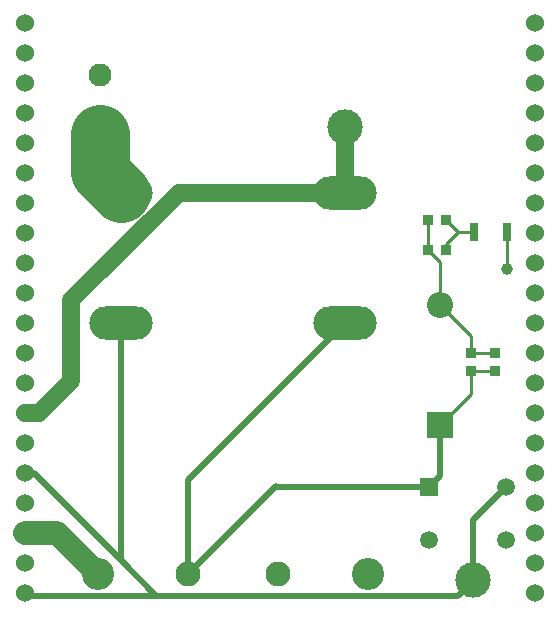
<source format=gbr>
%TF.GenerationSoftware,KiCad,Pcbnew,8.0.7*%
%TF.CreationDate,2025-01-14T16:56:09-05:00*%
%TF.ProjectId,AMS Latching Module,414d5320-4c61-4746-9368-696e67204d6f,rev?*%
%TF.SameCoordinates,Original*%
%TF.FileFunction,Copper,L1,Top*%
%TF.FilePolarity,Positive*%
%FSLAX46Y46*%
G04 Gerber Fmt 4.6, Leading zero omitted, Abs format (unit mm)*
G04 Created by KiCad (PCBNEW 8.0.7) date 2025-01-14 16:56:09*
%MOMM*%
%LPD*%
G01*
G04 APERTURE LIST*
%TA.AperFunction,SMDPad,CuDef*%
%ADD10R,0.970000X0.900000*%
%TD*%
%TA.AperFunction,ComponentPad*%
%ADD11C,3.000000*%
%TD*%
%TA.AperFunction,ComponentPad*%
%ADD12C,1.524000*%
%TD*%
%TA.AperFunction,ComponentPad*%
%ADD13R,1.498600X1.498600*%
%TD*%
%TA.AperFunction,ComponentPad*%
%ADD14C,1.498600*%
%TD*%
%TA.AperFunction,SMDPad,CuDef*%
%ADD15R,0.660400X1.549400*%
%TD*%
%TA.AperFunction,ComponentPad*%
%ADD16O,5.350000X2.850000*%
%TD*%
%TA.AperFunction,ComponentPad*%
%ADD17C,2.717800*%
%TD*%
%TA.AperFunction,ComponentPad*%
%ADD18C,2.108200*%
%TD*%
%TA.AperFunction,SMDPad,CuDef*%
%ADD19R,0.900000X0.970000*%
%TD*%
%TA.AperFunction,ComponentPad*%
%ADD20C,1.950000*%
%TD*%
%TA.AperFunction,ComponentPad*%
%ADD21R,2.200000X2.200000*%
%TD*%
%TA.AperFunction,ComponentPad*%
%ADD22O,2.200000X2.200000*%
%TD*%
%TA.AperFunction,ViaPad*%
%ADD23C,1.000000*%
%TD*%
%TA.AperFunction,Conductor*%
%ADD24C,0.250000*%
%TD*%
%TA.AperFunction,Conductor*%
%ADD25C,0.500000*%
%TD*%
%TA.AperFunction,Conductor*%
%ADD26C,2.000000*%
%TD*%
%TA.AperFunction,Conductor*%
%ADD27C,1.500000*%
%TD*%
%TA.AperFunction,Conductor*%
%ADD28C,5.000000*%
%TD*%
G04 APERTURE END LIST*
D10*
%TO.P,D1,1,K*%
%TO.N,Net-(D1-K)*%
X90620000Y-80270000D03*
%TO.P,D1,2,A*%
%TO.N,/GND*%
X90620000Y-78750000D03*
%TD*%
%TO.P,D2,1,K*%
%TO.N,Net-(D1-K)*%
X88540000Y-80260000D03*
%TO.P,D2,2,A*%
%TO.N,/GND*%
X88540000Y-78740000D03*
%TD*%
D11*
%TO.P,AMS PWR THRU,1,1*%
%TO.N,Net-(J3-Pad7)*%
X77920000Y-59570000D03*
%TD*%
D12*
%TO.P,J2,1,1*%
%TO.N,Net-(J3-Pad1)*%
X50800000Y-99060000D03*
%TO.P,J2,2,2*%
%TO.N,Net-(D1-K)*%
X50800000Y-96520000D03*
%TO.P,J2,3,3*%
%TO.N,/Vs*%
X50800000Y-93980000D03*
%TO.P,J2,4,4*%
%TO.N,Net-(D4-A)*%
X50800000Y-91440000D03*
%TO.P,J2,5,5*%
%TO.N,Net-(J3-Pad1)*%
X50800000Y-88900000D03*
%TO.P,J2,6,6*%
%TO.N,/GND*%
X50800000Y-86360000D03*
%TO.P,J2,7,7*%
%TO.N,Net-(J3-Pad7)*%
X50800000Y-83820000D03*
%TO.P,J2,8,8*%
%TO.N,unconnected-(J3-Pad8)*%
X50800000Y-81280000D03*
%TO.P,J2,9,9*%
%TO.N,unconnected-(J3-Pad9)*%
X50800000Y-78740000D03*
%TO.P,J2,10,10*%
%TO.N,unconnected-(J3-Pad10)*%
X50800000Y-76200000D03*
%TO.P,J2,11,11*%
%TO.N,unconnected-(J3-Pad11)*%
X50800000Y-73660000D03*
%TO.P,J2,12,12*%
%TO.N,unconnected-(J3-Pad12)*%
X50800000Y-71120000D03*
%TO.P,J2,13,13*%
%TO.N,unconnected-(J3-Pad13)*%
X50800000Y-68580000D03*
%TO.P,J2,14,14*%
%TO.N,unconnected-(J3-Pad14)*%
X50800000Y-66040000D03*
%TO.P,J2,15,15*%
%TO.N,unconnected-(J3-Pad15)*%
X50800000Y-63500000D03*
%TO.P,J2,16,16*%
%TO.N,unconnected-(J3-Pad16)*%
X50800000Y-60960000D03*
%TO.P,J2,17,17*%
%TO.N,unconnected-(J3-Pad17)*%
X50800000Y-58420000D03*
%TO.P,J2,18,18*%
%TO.N,unconnected-(J3-Pad18)*%
X50800000Y-55880000D03*
%TO.P,J2,19,19*%
%TO.N,unconnected-(J3-Pad19)*%
X50800000Y-53340000D03*
%TO.P,J2,20,20*%
%TO.N,unconnected-(J3-Pad20)*%
X50800000Y-50800000D03*
%TD*%
D13*
%TO.P,AMS RESET,1,1*%
%TO.N,Net-(D1-K)*%
X85019999Y-90070000D03*
D14*
%TO.P,AMS RESET,2,2*%
%TO.N,Net-(J3-Pad1)*%
X91520000Y-90070000D03*
%TO.P,AMS RESET,3*%
%TO.N,N/C*%
X85019999Y-94570001D03*
%TO.P,AMS RESET,4*%
X91520000Y-94570001D03*
%TD*%
D15*
%TO.P,AMS ERROR,1,K*%
%TO.N,Net-(D4-K)*%
X88775200Y-68492400D03*
%TO.P,AMS ERROR,2,A*%
%TO.N,Net-(D4-A)*%
X91620000Y-68492400D03*
%TD*%
D16*
%TO.P,K1,1,1*%
%TO.N,Net-(J4-Pad2)*%
X58920000Y-65159999D03*
%TO.P,K1,2,2*%
%TO.N,Net-(J3-Pad1)*%
X58920000Y-76160000D03*
D17*
%TO.P,K1,3,3*%
%TO.N,/Vs*%
X56970000Y-97460000D03*
D18*
%TO.P,K1,4,4*%
%TO.N,Net-(D1-K)*%
X64620000Y-97460000D03*
%TO.P,K1,5,5*%
%TO.N,/GND*%
X72220000Y-97460000D03*
D17*
%TO.P,K1,6,6*%
%TO.N,Net-(D4-A)*%
X79870000Y-97460000D03*
D16*
%TO.P,K1,7,7*%
%TO.N,Net-(D1-K)*%
X77919998Y-76160000D03*
%TO.P,K1,8,8*%
%TO.N,Net-(J3-Pad7)*%
X77919998Y-65159999D03*
%TD*%
D19*
%TO.P,R2,1*%
%TO.N,/GND*%
X84937600Y-69992400D03*
%TO.P,R2,2*%
%TO.N,Net-(D4-K)*%
X86457600Y-69992400D03*
%TD*%
D20*
%TO.P,J1,1*%
%TO.N,unconnected-(J4-Pad1)*%
X57130000Y-55150000D03*
%TO.P,J1,2*%
%TO.N,Net-(J4-Pad2)*%
X57130000Y-60150000D03*
%TD*%
D11*
%TO.P,AMS,1,1*%
%TO.N,Net-(J3-Pad1)*%
X88720000Y-97970000D03*
%TD*%
D19*
%TO.P,R1,1*%
%TO.N,/GND*%
X84937600Y-67492400D03*
%TO.P,R1,2*%
%TO.N,Net-(D4-K)*%
X86457600Y-67492400D03*
%TD*%
D12*
%TO.P,J2,1,1*%
%TO.N,N/C*%
X94000000Y-99060000D03*
%TO.P,J2,2,2*%
X94000000Y-96520000D03*
%TO.P,J2,3,3*%
X94000000Y-93980000D03*
%TO.P,J2,4,4*%
X94000000Y-91440000D03*
%TO.P,J2,5,5*%
X94000000Y-88900000D03*
%TO.P,J2,6,6*%
X94000000Y-86360000D03*
%TO.P,J2,7,7*%
X94000000Y-83820000D03*
%TO.P,J2,8,8*%
X94000000Y-81280000D03*
%TO.P,J2,9,9*%
X94000000Y-78740000D03*
%TO.P,J2,10,10*%
X94000000Y-76200000D03*
%TO.P,J2,11,11*%
X94000000Y-73660000D03*
%TO.P,J2,12,12*%
X94000000Y-71120000D03*
%TO.P,J2,13,13*%
X94000000Y-68580000D03*
%TO.P,J2,14,14*%
X94000000Y-66040000D03*
%TO.P,J2,15,15*%
X94000000Y-63500000D03*
%TO.P,J2,16,16*%
X94000000Y-60960000D03*
%TO.P,J2,17,17*%
X94000000Y-58420000D03*
%TO.P,J2,18,18*%
X94000000Y-55880000D03*
%TO.P,J2,19,19*%
X94000000Y-53340000D03*
%TO.P,J2,20,20*%
X94000000Y-50800000D03*
%TD*%
D21*
%TO.P,D3,1,K*%
%TO.N,Net-(D1-K)*%
X85920000Y-84790000D03*
D22*
%TO.P,D3,2,A*%
%TO.N,/GND*%
X85920000Y-74630000D03*
%TD*%
D23*
%TO.N,Net-(D4-A)*%
X91620000Y-71570000D03*
%TD*%
D24*
%TO.N,/GND*%
X88540000Y-77250000D02*
X85920000Y-74630000D01*
X90620000Y-78750000D02*
X88550000Y-78750000D01*
X88550000Y-78750000D02*
X88540000Y-78740000D01*
X88540000Y-78740000D02*
X88540000Y-77250000D01*
X84937600Y-69992400D02*
X84937600Y-67492400D01*
X85920000Y-74630000D02*
X85920000Y-70974800D01*
X85920000Y-70974800D02*
X84937600Y-69992400D01*
D25*
%TO.N,Net-(D1-K)*%
X85920000Y-84790000D02*
X85920000Y-89169999D01*
X72069401Y-90010599D02*
X72128802Y-90070000D01*
D24*
X88540000Y-80260000D02*
X90610000Y-80260000D01*
X88540000Y-82170000D02*
X85920000Y-84790000D01*
X88540000Y-80260000D02*
X88540000Y-82170000D01*
D25*
X64620000Y-97460000D02*
X64620000Y-89459998D01*
X85920000Y-89169999D02*
X85019999Y-90070000D01*
X64620000Y-89459998D02*
X77919998Y-76160000D01*
X90610000Y-80260000D02*
X90620000Y-80270000D01*
X64620000Y-97460000D02*
X72069401Y-90010599D01*
X72128802Y-90070000D02*
X85019999Y-90070000D01*
D24*
%TO.N,Net-(D4-A)*%
X91620000Y-71570000D02*
X91620000Y-68492400D01*
D26*
%TO.N,/Vs*%
X53490000Y-93980000D02*
X50800000Y-93980000D01*
X56970000Y-97460000D02*
X53490000Y-93980000D01*
D24*
%TO.N,Net-(D4-K)*%
X87457600Y-68492400D02*
X86457600Y-67492400D01*
X86457600Y-69492400D02*
X87457600Y-68492400D01*
X88775200Y-68492400D02*
X87457600Y-68492400D01*
X86457600Y-69992400D02*
X86457600Y-69492400D01*
D25*
%TO.N,Net-(J3-Pad1)*%
X61920000Y-99270000D02*
X87420000Y-99270000D01*
X88720000Y-92870000D02*
X91520000Y-90070000D01*
X87420000Y-99270000D02*
X88720000Y-97970000D01*
X88720000Y-97970000D02*
X88720000Y-92870000D01*
X58920000Y-76160000D02*
X58920000Y-96270000D01*
X61920000Y-99270000D02*
X51010000Y-99270000D01*
X51550000Y-88900000D02*
X58920000Y-96270000D01*
X50800000Y-88900000D02*
X51550000Y-88900000D01*
X58920000Y-96270000D02*
X61920000Y-99270000D01*
X51010000Y-99270000D02*
X50800000Y-99060000D01*
D27*
%TO.N,Net-(J3-Pad7)*%
X77919998Y-59570002D02*
X77920000Y-59570000D01*
X54720000Y-74270000D02*
X54720000Y-81070000D01*
X51970000Y-83820000D02*
X50800000Y-83820000D01*
X54720000Y-81070000D02*
X51970000Y-83820000D01*
X77919998Y-65159999D02*
X77919998Y-59570002D01*
X63830001Y-65159999D02*
X54720000Y-74270000D01*
X77919998Y-65159999D02*
X63830001Y-65159999D01*
D28*
%TO.N,Net-(J4-Pad2)*%
X57130000Y-63369999D02*
X58920000Y-65159999D01*
X57130000Y-60150000D02*
X57130000Y-63369999D01*
%TD*%
M02*

</source>
